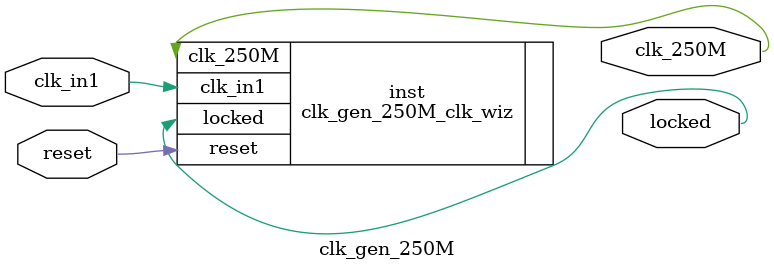
<source format=v>


`timescale 1ps/1ps

(* CORE_GENERATION_INFO = "clk_gen_250M,clk_wiz_v6_0_4_0_0,{component_name=clk_gen_250M,use_phase_alignment=true,use_min_o_jitter=false,use_max_i_jitter=false,use_dyn_phase_shift=false,use_inclk_switchover=false,use_dyn_reconfig=false,enable_axi=0,feedback_source=FDBK_AUTO,PRIMITIVE=PLL,num_out_clk=1,clkin1_period=20.000,clkin2_period=10.0,use_power_down=false,use_reset=true,use_locked=true,use_inclk_stopped=false,feedback_type=SINGLE,CLOCK_MGR_TYPE=NA,manual_override=false}" *)

module clk_gen_250M 
 (
  // Clock out ports
  output        clk_250M,
  // Status and control signals
  input         reset,
  output        locked,
 // Clock in ports
  input         clk_in1
 );

  clk_gen_250M_clk_wiz inst
  (
  // Clock out ports  
  .clk_250M(clk_250M),
  // Status and control signals               
  .reset(reset), 
  .locked(locked),
 // Clock in ports
  .clk_in1(clk_in1)
  );

endmodule

</source>
